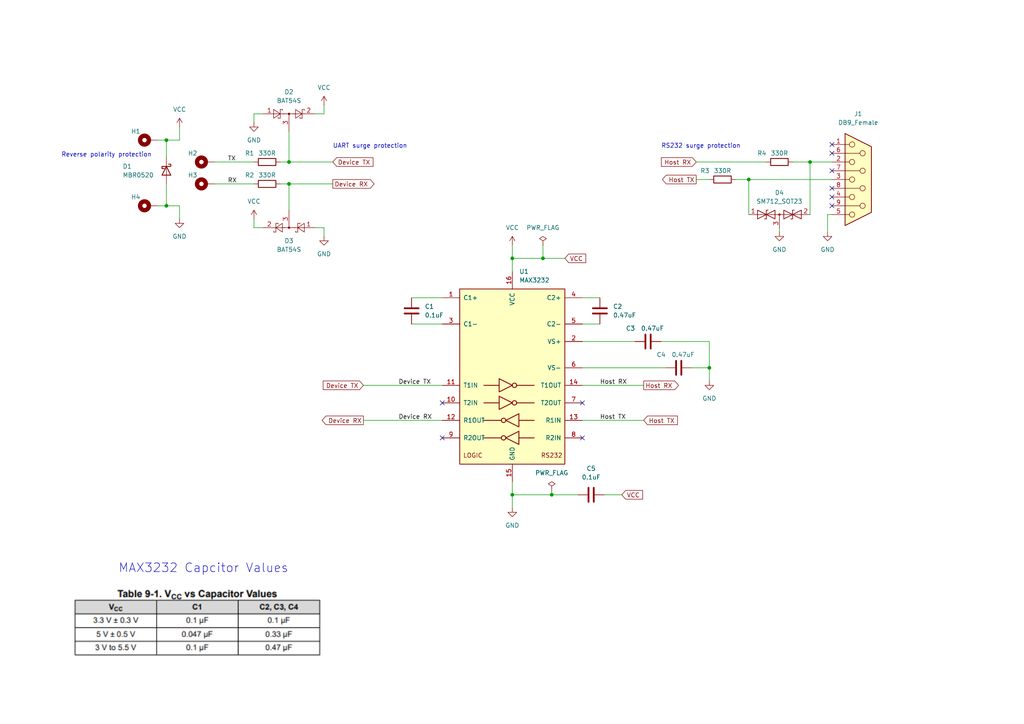
<source format=kicad_sch>
(kicad_sch (version 20211123) (generator eeschema)
  (paper "A4")
  (title_block (title "RS232-TTL Converter") (date "2025-06-18") (rev "R0.0") (company "MSC") (comment 1 "Designed by C.P"))
  (lib_symbols
    (symbol "Connector:DB9_Female" (pin_names (offset 1.016) hide)
      (property "Reference" "J" (at 0 13.97 0))
      (property "Value" "DB9_Female" (at 0 -14.605 0))
      (symbol "DB9_Female_0_1"
        (circle (center -1.778 -10.16) (radius 0.762))
        (circle (center -1.778 -5.08) (radius 0.762))
        (circle (center -1.778 0) (radius 0.762))
        (circle (center -1.778 5.08) (radius 0.762))
        (circle (center -1.778 10.16) (radius 0.762))
        (polyline (pts (xy -3.81 -10.16) (xy -2.54 -10.16)))
        (polyline (pts (xy -3.81 -7.62) (xy 0.508 -7.62)))
        (polyline (pts (xy -3.81 -5.08) (xy -2.54 -5.08)))
        (polyline (pts (xy -3.81 -2.54) (xy 0.508 -2.54)))
        (polyline (pts (xy -3.81 0) (xy -2.54 0)))
        (polyline (pts (xy -3.81 2.54) (xy 0.508 2.54)))
        (polyline (pts (xy -3.81 5.08) (xy -2.54 5.08)))
        (polyline (pts (xy -3.81 7.62) (xy 0.508 7.62)))
        (polyline (pts (xy -3.81 10.16) (xy -2.54 10.16)))
        (polyline (pts (xy -3.81 13.335) (xy -3.81 -13.335) (xy 3.81 -9.525) (xy 3.81 9.525) (xy -3.81 13.335)) (stroke (width 0.254)) (fill (type background)))
        (circle (center 1.27 -7.62) (radius 0.762))
        (circle (center 1.27 -2.54) (radius 0.762))
        (circle (center 1.27 2.54) (radius 0.762))
        (circle (center 1.27 7.62) (radius 0.762))
      )
      (symbol "DB9_Female_1_1"
        (pin passive line (at -7.62 10.16 0) (length 3.81) (name "1") (number "1"))
        (pin passive line (at -7.62 5.08 0) (length 3.81) (name "2") (number "2"))
        (pin passive line (at -7.62 0 0) (length 3.81) (name "3") (number "3"))
        (pin passive line (at -7.62 -5.08 0) (length 3.81) (name "4") (number "4"))
        (pin passive line (at -7.62 -10.16 0) (length 3.81) (name "5") (number "5"))
        (pin passive line (at -7.62 7.62 0) (length 3.81) (name "6") (number "6"))
        (pin passive line (at -7.62 2.54 0) (length 3.81) (name "7") (number "7"))
        (pin passive line (at -7.62 -2.54 0) (length 3.81) (name "8") (number "8"))
        (pin passive line (at -7.62 -7.62 0) (length 3.81) (name "9") (number "9"))
      )
    )
    (symbol "Device:C" (pin_numbers hide) (pin_names (offset 0.254))
      (property "Reference" "C" (at 0.635 2.54 0))
      (property "Value" "C" (at 0.635 -2.54 0))
      (symbol "C_0_1"
        (polyline (pts (xy -2.032 -0.762) (xy 2.032 -0.762)) (stroke (width 0.508)))
        (polyline (pts (xy -2.032 0.762) (xy 2.032 0.762)) (stroke (width 0.508)))
      )
      (symbol "C_1_1"
        (pin passive line (at 0 3.81 270) (length 2.794) (name "~") (number "1"))
        (pin passive line (at 0 -3.81 90) (length 2.794) (name "~") (number "2"))
      )
    )
    (symbol "Device:R" (pin_numbers hide) (pin_names (offset 0))
      (property "Reference" "R" (at 2.032 0 90))
      (property "Value" "R" (at 0 0 90))
      (symbol "R_0_1"
        (rectangle (start -1.016 -2.54) (end 1.016 2.54) (stroke (width 0.254)))
      )
      (symbol "R_1_1"
        (pin passive line (at 0 3.81 270) (length 1.27) (name "~") (number "1"))
        (pin passive line (at 0 -3.81 90) (length 1.27) (name "~") (number "2"))
      )
    )
    (symbol "Diode:BAT54S" (pin_names (offset 1.016))
      (property "Reference" "D" (at 0.635 -3.81 0))
      (property "Value" "BAT54S" (at -6.35 3.175 0))
      (symbol "BAT54S_0_1"
        (polyline (pts (xy -3.81 0) (xy -1.27 0)))
        (polyline (pts (xy -3.175 -1.27) (xy -3.175 -1.016)))
        (polyline (pts (xy -2.54 -1.27) (xy -3.175 -1.27)))
        (polyline (pts (xy -2.54 -1.27) (xy -2.54 1.27)))
        (polyline (pts (xy -2.54 1.27) (xy -1.905 1.27)))
        (polyline (pts (xy -1.905 0) (xy 1.905 0)))
        (polyline (pts (xy -1.905 1.27) (xy -1.905 1.016)))
        (polyline (pts (xy 1.27 0) (xy 3.81 0)))
        (polyline (pts (xy 3.175 -1.27) (xy 3.175 -1.016)))
        (polyline (pts (xy 3.81 -1.27) (xy 3.175 -1.27)))
        (polyline (pts (xy 3.81 -1.27) (xy 3.81 1.27)))
        (polyline (pts (xy 3.81 1.27) (xy 4.445 1.27)))
        (polyline (pts (xy 4.445 1.27) (xy 4.445 1.016)))
        (polyline (pts (xy -4.445 1.27) (xy -4.445 -1.27) (xy -2.54 0) (xy -4.445 1.27)))
        (polyline (pts (xy 1.905 1.27) (xy 1.905 -1.27) (xy 3.81 0) (xy 1.905 1.27)))
        (circle (center 0 0) (radius 0.254) (fill (type outline)))
      )
      (symbol "BAT54S_1_1"
        (pin passive line (at -7.62 0 0) (length 3.81) (name "~") (number "1"))
        (pin passive line (at 7.62 0 180) (length 3.81) (name "~") (number "2"))
        (pin passive line (at 0 -5.08 90) (length 5.08) (name "~") (number "3"))
      )
    )
    (symbol "Diode:MBR0520" (pin_numbers hide) (pin_names (offset 1.016) hide)
      (property "Reference" "D" (at 0 2.54 0))
      (property "Value" "MBR0520" (at 0 -2.54 0))
      (symbol "MBR0520_0_1"
        (polyline (pts (xy 1.27 0) (xy -1.27 0)))
        (polyline (pts (xy 1.27 1.27) (xy 1.27 -1.27) (xy -1.27 0) (xy 1.27 1.27)) (stroke (width 0.254)))
        (polyline (pts (xy -1.905 0.635) (xy -1.905 1.27) (xy -1.27 1.27) (xy -1.27 -1.27) (xy -0.635 -1.27) (xy -0.635 -0.635)) (stroke (width 0.254)))
      )
      (symbol "MBR0520_1_1"
        (pin passive line (at -3.81 0 0) (length 2.54) (name "K") (number "1"))
        (pin passive line (at 3.81 0 180) (length 2.54) (name "A") (number "2"))
      )
    )
    (symbol "Diode:SM712_SOT23" (pin_names (offset 1.016) hide)
      (property "Reference" "D" (at 0 4.445 0))
      (property "Value" "SM712_SOT23" (at 0 2.54 0))
      (symbol "SM712_SOT23_0_0"
        (polyline (pts (xy 0 -1.27) (xy 0 0)))
      )
      (symbol "SM712_SOT23_0_1"
        (polyline (pts (xy -6.35 0) (xy 6.35 0)))
        (polyline (pts (xy -3.302 1.27) (xy -3.81 1.27) (xy -3.81 -1.27) (xy -4.318 -1.27)) (stroke (width 0.2032)))
        (polyline (pts (xy 4.318 1.27) (xy 3.81 1.27) (xy 3.81 -1.27) (xy 3.302 -1.27)) (stroke (width 0.2032)))
        (polyline (pts (xy -6.35 -1.27) (xy -1.27 1.27) (xy -1.27 -1.27) (xy -6.35 1.27) (xy -6.35 -1.27)) (stroke (width 0.2032)))
        (polyline (pts (xy 1.27 -1.27) (xy 1.27 1.27) (xy 6.35 -1.27) (xy 6.35 1.27) (xy 1.27 -1.27)) (stroke (width 0.2032)))
        (circle (center 0 0) (radius 0.254) (fill (type outline)))
      )
      (symbol "SM712_SOT23_1_1"
        (pin passive line (at -8.89 0 0) (length 2.54) (name "A1") (number "1"))
        (pin passive line (at 8.89 0 180) (length 2.54) (name "A2") (number "2"))
        (pin input line (at 0 -3.81 90) (length 2.54) (name "common") (number "3"))
      )
    )
    (symbol "Interface_UART:MAX232" (pin_names (offset 1.016))
      (property "Reference" "U" (at -2.54 28.575 0))
      (property "Value" "MAX232" (at -2.54 26.67 0))
      (symbol "MAX232_0_0"
        (text "LOGIC" (at -11.43 -22.86 0) (effects (font (size 1.27 1.27))))
        (text "RS232" (at 11.43 -22.86 0) (effects (font (size 1.27 1.27))))
      )
      (symbol "MAX232_0_1"
        (rectangle (start -15.24 -25.4) (end 15.24 25.4) (stroke (width 0.254)) (fill (type background)))
        (circle (center -2.54 -17.78) (radius 0.635) (stroke (width 0.254)))
        (circle (center -2.54 -12.7) (radius 0.635) (stroke (width 0.254)))
        (polyline (pts (xy -3.81 -7.62) (xy -8.255 -7.62)) (stroke (width 0.254)))
        (polyline (pts (xy -3.81 -2.54) (xy -8.255 -2.54)) (stroke (width 0.254)))
        (polyline (pts (xy -3.175 -17.78) (xy -8.255 -17.78)) (stroke (width 0.254)))
        (polyline (pts (xy -3.175 -12.7) (xy -8.255 -12.7)) (stroke (width 0.254)))
        (polyline (pts (xy 1.27 -7.62) (xy 6.35 -7.62)) (stroke (width 0.254)))
        (polyline (pts (xy 1.27 -2.54) (xy 6.35 -2.54)) (stroke (width 0.254)))
        (polyline (pts (xy 1.905 -17.78) (xy 6.35 -17.78)) (stroke (width 0.254)))
        (polyline (pts (xy 1.905 -12.7) (xy 6.35 -12.7)) (stroke (width 0.254)))
        (polyline (pts (xy -3.81 -5.715) (xy -3.81 -9.525) (xy 0 -7.62) (xy -3.81 -5.715)) (stroke (width 0.254)))
        (polyline (pts (xy -3.81 -0.635) (xy -3.81 -4.445) (xy 0 -2.54) (xy -3.81 -0.635)) (stroke (width 0.254)))
        (polyline (pts (xy 1.905 -15.875) (xy 1.905 -19.685) (xy -1.905 -17.78) (xy 1.905 -15.875)) (stroke (width 0.254)))
        (polyline (pts (xy 1.905 -10.795) (xy 1.905 -14.605) (xy -1.905 -12.7) (xy 1.905 -10.795)) (stroke (width 0.254)))
        (circle (center 0.635 -7.62) (radius 0.635) (stroke (width 0.254)))
        (circle (center 0.635 -2.54) (radius 0.635) (stroke (width 0.254)))
      )
      (symbol "MAX232_1_1"
        (pin passive line (at -20.32 22.86 0) (length 5.08) (name "C1+") (number "1"))
        (pin input line (at -20.32 -7.62 0) (length 5.08) (name "T2IN") (number "10"))
        (pin input line (at -20.32 -2.54 0) (length 5.08) (name "T1IN") (number "11"))
        (pin output line (at -20.32 -12.7 0) (length 5.08) (name "R1OUT") (number "12"))
        (pin input line (at 20.32 -12.7 180) (length 5.08) (name "R1IN") (number "13"))
        (pin output line (at 20.32 -2.54 180) (length 5.08) (name "T1OUT") (number "14"))
        (pin power_in line (at 0 -30.48 90) (length 5.08) (name "GND") (number "15"))
        (pin power_in line (at 0 30.48 270) (length 5.08) (name "VCC") (number "16"))
        (pin power_out line (at 20.32 10.16 180) (length 5.08) (name "VS+") (number "2"))
        (pin passive line (at -20.32 15.24 0) (length 5.08) (name "C1-") (number "3"))
        (pin passive line (at 20.32 22.86 180) (length 5.08) (name "C2+") (number "4"))
        (pin passive line (at 20.32 15.24 180) (length 5.08) (name "C2-") (number "5"))
        (pin power_out line (at 20.32 2.54 180) (length 5.08) (name "VS-") (number "6"))
        (pin output line (at 20.32 -7.62 180) (length 5.08) (name "T2OUT") (number "7"))
        (pin input line (at 20.32 -17.78 180) (length 5.08) (name "R2IN") (number "8"))
        (pin output line (at -20.32 -17.78 0) (length 5.08) (name "R2OUT") (number "9"))
      )
    )
    (symbol "Mechanical:MountingHole_Pad" (pin_numbers hide) (pin_names (offset 1.016) hide)
      (property "Reference" "H" (at 0 6.35 0))
      (property "Value" "MountingHole_Pad" (at 0 4.445 0))
      (symbol "MountingHole_Pad_0_1"
        (circle (center 0 1.27) (radius 1.27) (stroke (width 1.27)))
      )
      (symbol "MountingHole_Pad_1_1"
        (pin input line (at 0 -2.54 90) (length 2.54) (name "1") (number "1"))
      )
    )
    (symbol "power:GND" (power) (pin_names (offset 0))
      (property "Value" "GND" (at 0 -3.81 0))
      (symbol "GND_0_1"
        (polyline (pts (xy 0 0) (xy 0 -1.27) (xy 1.27 -1.27) (xy 0 -2.54) (xy -1.27 -1.27) (xy 0 -1.27)))
      )
      (symbol "GND_1_1"
        (pin power_in line (at 0 0 270) (length 0) hide (name "GND") (number "1"))
      )
    )
    (symbol "power:PWR_FLAG" (power) (pin_numbers hide) (pin_names (offset 0) hide)
      (property "Value" "PWR_FLAG" (at 0 3.81 0))
      (symbol "PWR_FLAG_0_0"
        (pin power_out line (at 0 0 90) (length 0) (name "pwr") (number "1"))
      )
      (symbol "PWR_FLAG_0_1"
        (polyline (pts (xy 0 0) (xy 0 1.27) (xy -1.016 1.905) (xy 0 2.54) (xy 1.016 1.905) (xy 0 1.27)))
      )
    )
    (symbol "power:VCC" (power) (pin_names (offset 0))
      (property "Value" "VCC" (at 0 3.81 0))
      (symbol "VCC_0_1"
        (polyline (pts (xy -0.762 1.27) (xy 0 2.54)))
        (polyline (pts (xy 0 0) (xy 0 2.54)))
        (polyline (pts (xy 0 2.54) (xy 0.762 1.27)))
      )
      (symbol "VCC_1_1"
        (pin power_in line (at 0 0 90) (length 0) hide (name "VCC") (number "1"))
      )
    )
  )
  (junction (at 234.95 46.99))
  (junction (at 160.02 143.51))
  (junction (at 205.74 106.68))
  (junction (at 48.26 59.69))
  (junction (at 83.82 46.99))
  (junction (at 148.59 143.51))
  (junction (at 48.26 40.64))
  (junction (at 217.17 52.07))
  (junction (at 83.82 53.34))
  (junction (at 157.48 74.93))
  (junction (at 148.59 74.93))
  (no_connect (at 241.3 57.15))
  (no_connect (at 241.3 49.53))
  (no_connect (at 241.3 44.45))
  (no_connect (at 241.3 41.91))
  (no_connect (at 241.3 59.69))
  (no_connect (at 241.3 54.61))
  (no_connect (at 168.91 116.84))
  (no_connect (at 168.91 127))
  (no_connect (at 128.27 116.84))
  (no_connect (at 128.27 127))
  (wire (pts (xy 160.02 142.24) (xy 160.02 143.51)))
  (wire (pts (xy 234.95 46.99) (xy 229.87 46.99)))
  (wire (pts (xy 168.91 111.76) (xy 186.69 111.76)))
  (wire (pts (xy 148.59 143.51) (xy 148.59 147.32)))
  (wire (pts (xy 81.28 46.99) (xy 83.82 46.99)))
  (wire (pts (xy 105.41 111.76) (xy 128.27 111.76)))
  (wire (pts (xy 168.91 93.98) (xy 173.99 93.98)))
  (wire (pts (xy 148.59 71.12) (xy 148.59 74.93)))
  (wire (pts (xy 157.48 74.93) (xy 163.83 74.93)))
  (wire (pts (xy 148.59 74.93) (xy 148.59 78.74)))
  (wire (pts (xy 148.59 139.7) (xy 148.59 143.51)))
  (wire (pts (xy 205.74 106.68) (xy 205.74 110.49)))
  (wire (pts (xy 48.26 59.69) (xy 52.07 59.69)))
  (wire (pts (xy 200.66 106.68) (xy 205.74 106.68)))
  (wire (pts (xy 234.95 46.99) (xy 234.95 62.23)))
  (wire (pts (xy 52.07 59.69) (xy 52.07 63.5)))
  (wire (pts (xy 48.26 53.34) (xy 48.26 59.69)))
  (wire (pts (xy 73.66 66.04) (xy 76.2 66.04)))
  (wire (pts (xy 93.98 66.04) (xy 93.98 68.58)))
  (wire (pts (xy 45.72 59.69) (xy 48.26 59.69)))
  (wire (pts (xy 93.98 33.02) (xy 91.44 33.02)))
  (wire (pts (xy 175.26 143.51) (xy 180.34 143.51)))
  (wire (pts (xy 119.38 86.36) (xy 128.27 86.36)))
  (wire (pts (xy 48.26 40.64) (xy 52.07 40.64)))
  (wire (pts (xy 83.82 53.34) (xy 96.52 53.34)))
  (wire (pts (xy 222.25 46.99) (xy 201.93 46.99)))
  (wire (pts (xy 52.07 40.64) (xy 52.07 36.83)))
  (wire (pts (xy 81.28 53.34) (xy 83.82 53.34)))
  (wire (pts (xy 148.59 74.93) (xy 157.48 74.93)))
  (wire (pts (xy 241.3 62.23) (xy 240.03 62.23)))
  (wire (pts (xy 119.38 93.98) (xy 128.27 93.98)))
  (wire (pts (xy 217.17 52.07) (xy 213.36 52.07)))
  (wire (pts (xy 168.91 86.36) (xy 173.99 86.36)))
  (wire (pts (xy 83.82 53.34) (xy 83.82 60.96)))
  (wire (pts (xy 76.2 33.02) (xy 73.66 33.02)))
  (wire (pts (xy 191.77 99.06) (xy 205.74 99.06)))
  (wire (pts (xy 241.3 52.07) (xy 217.17 52.07)))
  (wire (pts (xy 62.23 53.34) (xy 73.66 53.34)))
  (wire (pts (xy 105.41 121.92) (xy 128.27 121.92)))
  (wire (pts (xy 83.82 38.1) (xy 83.82 46.99)))
  (wire (pts (xy 83.82 46.99) (xy 96.52 46.99)))
  (wire (pts (xy 62.23 46.99) (xy 73.66 46.99)))
  (wire (pts (xy 226.06 66.04) (xy 226.06 67.31)))
  (wire (pts (xy 217.17 52.07) (xy 217.17 62.23)))
  (wire (pts (xy 93.98 30.48) (xy 93.98 33.02)))
  (wire (pts (xy 168.91 121.92) (xy 186.69 121.92)))
  (wire (pts (xy 148.59 143.51) (xy 160.02 143.51)))
  (wire (pts (xy 157.48 71.12) (xy 157.48 74.93)))
  (wire (pts (xy 205.74 52.07) (xy 201.93 52.07)))
  (wire (pts (xy 205.74 99.06) (xy 205.74 106.68)))
  (wire (pts (xy 168.91 99.06) (xy 184.15 99.06)))
  (wire (pts (xy 73.66 33.02) (xy 73.66 35.56)))
  (wire (pts (xy 240.03 62.23) (xy 240.03 67.31)))
  (wire (pts (xy 91.44 66.04) (xy 93.98 66.04)))
  (wire (pts (xy 241.3 46.99) (xy 234.95 46.99)))
  (wire (pts (xy 168.91 106.68) (xy 193.04 106.68)))
  (wire (pts (xy 73.66 63.5) (xy 73.66 66.04)))
  (wire (pts (xy 160.02 143.51) (xy 167.64 143.51)))
  (wire (pts (xy 45.72 40.64) (xy 48.26 40.64)))
  (wire (pts (xy 48.26 40.64) (xy 48.26 45.72)))
  (image (at 57.15 180.34) (scale 2.521))
  (text "RS232 surge protection" (at 191.77 43.18 0) (effects (font (size 1.27 1.27)) (justify left bottom)))
  (text "Reverse polarity protection" (at 17.78 45.72 0) (effects (font (size 1.27 1.27)) (justify left bottom)))
  (text "UART surge protection" (at 96.52 43.18 0) (effects (font (size 1.27 1.27)) (justify left bottom)))
  (text "MAX3232 Capcitor Values" (at 34.29 166.37 0) (effects (font (size 2.54 2.54)) (justify left bottom)))
  (label "TX" (at 66.04 46.99 0))
  (label "Host TX" (at 173.99 121.92 0))
  (label "Host RX" (at 173.99 111.76 0))
  (label "Device TX" (at 115.57 111.76 0))
  (label "Device RX" (at 115.57 121.92 0))
  (label "RX" (at 66.04 53.34 0))
  (global_label "Host RX" (shape output) (at 186.69 111.76 0) (property "Intersheet References" "${INTERSHEET_REFS}" (effects hide)))
  (global_label "VCC" (shape input) (at 180.34 143.51 0) (property "Intersheet References" "${INTERSHEET_REFS}" (effects hide)))
  (global_label "Device TX" (shape input) (at 96.52 46.99 0) (property "Intersheet References" "${INTERSHEET_REFS}" (effects hide)))
  (global_label "Host RX" (shape input) (at 201.93 46.99 180) (property "Intersheet References" "${INTERSHEET_REFS}" (effects hide)))
  (global_label "Device TX" (shape input) (at 105.41 111.76 180) (property "Intersheet References" "${INTERSHEET_REFS}" (effects hide)))
  (global_label "VCC" (shape input) (at 163.83 74.93 0) (property "Intersheet References" "${INTERSHEET_REFS}" (effects hide)))
  (global_label "Device RX" (shape output) (at 105.41 121.92 180) (property "Intersheet References" "${INTERSHEET_REFS}" (effects hide)))
  (global_label "Host TX" (shape input) (at 186.69 121.92 0) (property "Intersheet References" "${INTERSHEET_REFS}" (effects hide)))
  (global_label "Device RX" (shape output) (at 96.52 53.34 0) (property "Intersheet References" "${INTERSHEET_REFS}" (effects hide)))
  (global_label "Host TX" (shape output) (at 201.93 52.07 180) (property "Intersheet References" "${INTERSHEET_REFS}" (effects hide)))
  (symbol (lib_id "power:VCC") (at 93.98 30.48 0) (unit 1)
    (property "Reference" "#PWR05" (effects hide))
    (property "Value" "VCC" (at 93.98 25.4 0))
  )
  (symbol (lib_id "power:GND") (at 52.07 63.5 0) (unit 1)
    (property "Reference" "#PWR02" (effects hide))
    (property "Value" "GND" (at 52.07 68.58 0))
  )
  (symbol (lib_id "Diode:BAT54S") (at 83.82 33.02 0) (unit 1)
    (property "Reference" "D2" (at 83.82 26.67 0))
    (property "Value" "BAT54S" (at 83.82 29.21 0))
    (property "Footprint" "Package_TO_SOT_SMD:SOT-23" (effects hide))
    (property "Datasheet" "https://www.diodes.com/assets/Datasheets/ds11005.pdf" (effects hide))
  )
  (symbol (lib_id "power:VCC") (at 73.66 63.5 0) (unit 1)
    (property "Reference" "#PWR04" (effects hide))
    (property "Value" "VCC" (at 73.66 58.42 0))
  )
  (symbol (lib_id "power:GND") (at 148.59 147.32 0) (unit 1)
    (property "Reference" "#PWR08" (effects hide))
    (property "Value" "GND" (at 148.59 152.4 0))
  )
  (symbol (lib_id "power:GND") (at 240.03 67.31 0) (mirror y) (unit 1)
    (property "Reference" "#PWR011" (effects hide))
    (property "Value" "GND" (at 240.03 72.39 0))
  )
  (symbol (lib_id "Device:C") (at 196.85 106.68 90) (unit 1)
    (property "Reference" "C4" (at 191.77 102.87 90))
    (property "Value" "0.47uF" (at 198.12 102.87 90))
    (property "Footprint" "Capacitor_SMD:C_0603_1608Metric" (effects hide))
  )
  (symbol (lib_id "Device:C") (at 119.38 90.17 0) (unit 1)
    (property "Reference" "C1" (at 123.19 88.8999 0) (effects (justify left)))
    (property "Value" "0.1uF" (at 123.19 91.4399 0) (effects (justify left)))
    (property "Footprint" "Capacitor_SMD:C_0603_1608Metric" (effects hide))
  )
  (symbol (lib_id "power:GND") (at 73.66 35.56 0) (unit 1)
    (property "Reference" "#PWR03" (effects hide))
    (property "Value" "GND" (at 73.66 40.64 0))
  )
  (symbol (lib_id "Device:R") (at 226.06 46.99 90) (unit 1)
    (property "Reference" "R4" (at 220.98 44.45 90))
    (property "Value" "330R" (at 226.06 44.45 90))
    (property "Footprint" "Resistor_SMD:R_0603_1608Metric" (effects hide))
  )
  (symbol (lib_id "power:VCC") (at 52.07 36.83 0) (unit 1)
    (property "Reference" "#PWR01" (effects hide))
    (property "Value" "VCC" (at 52.07 31.75 0))
  )
  (symbol (lib_id "Device:R") (at 77.47 46.99 90) (unit 1)
    (property "Reference" "R1" (at 72.39 44.45 90))
    (property "Value" "330R" (at 77.47 44.45 90))
    (property "Footprint" "Resistor_SMD:R_0603_1608Metric" (effects hide))
  )
  (symbol (lib_id "Interface_UART:MAX232") (at 148.59 109.22 0) (unit 1)
    (property "Reference" "U1" (at 150.6094 78.74 0) (effects (justify left)))
    (property "Value" "MAX3232" (at 150.6094 81.28 0) (effects (justify left)))
    (property "Footprint" "Package_SO:TSSOP-16_4.4x5mm_P0.65mm" (effects hide))
    (property "Datasheet" "http://www.ti.com/lit/ds/symlink/max232.pdf" (effects hide))
  )
  (symbol (lib_id "Diode:SM712_SOT23") (at 226.06 62.23 0) (unit 1)
    (property "Reference" "D4" (at 226.06 55.88 0))
    (property "Value" "SM712_SOT23" (at 226.06 58.42 0))
    (property "Footprint" "Package_TO_SOT_SMD:SOT-23" (effects hide))
    (property "Datasheet" "https://www.littelfuse.com/~/media/electronics/datasheets/tvs_diode_arrays/littelfuse_tvs_diode_array_sm712_datasheet.pdf.pdf" (effects hide))
  )
  (symbol (lib_id "Diode:BAT54S") (at 83.82 66.04 180) (unit 1)
    (property "Reference" "D3" (at 83.82 69.85 0))
    (property "Value" "BAT54S" (at 83.82 72.39 0))
    (property "Footprint" "Package_TO_SOT_SMD:SOT-23" (effects hide))
    (property "Datasheet" "https://www.diodes.com/assets/Datasheets/ds11005.pdf" (effects hide))
  )
  (symbol (lib_id "Mechanical:MountingHole_Pad") (at 43.18 40.64 90) (unit 1) (in_bom no)
    (property "Reference" "H1" (at 39.37 38.1 90))
    (property "Value" "MountingHole_Pad" (effects hide))
    (property "Footprint" "Through_Hole_Pads:Through_Hole_Pad_1.5mm" (effects hide))
  )
  (symbol (lib_id "Diode:MBR0520") (at 48.26 49.53 270) (unit 1)
    (property "Reference" "D1" (at 35.56 48.26 90) (effects (justify left)))
    (property "Value" "MBR0520" (at 35.56 50.8 90) (effects (justify left)))
    (property "Footprint" "Diode_SMD:D_SOD-123" (effects hide))
    (property "Datasheet" "http://www.mccsemi.com/up_pdf/MBR0520~MBR0580(SOD123).pdf" (effects hide))
  )
  (symbol (lib_id "Device:C") (at 187.96 99.06 90) (unit 1)
    (property "Reference" "C3" (at 182.88 95.25 90))
    (property "Value" "0.47uF" (at 189.23 95.25 90))
    (property "Footprint" "Capacitor_SMD:C_0603_1608Metric" (effects hide))
  )
  (symbol (lib_id "Device:C") (at 171.45 143.51 90) (unit 1)
    (property "Reference" "C5" (at 171.45 135.89 90))
    (property "Value" "0.1uF" (at 171.45 138.43 90))
    (property "Footprint" "Capacitor_SMD:C_0603_1608Metric" (effects hide))
  )
  (symbol (lib_id "power:GND") (at 93.98 68.58 0) (unit 1)
    (property "Reference" "#PWR06" (effects hide))
    (property "Value" "GND" (at 93.98 73.66 0))
  )
  (symbol (lib_id "power:GND") (at 205.74 110.49 0) (unit 1)
    (property "Reference" "#PWR09" (effects hide))
    (property "Value" "GND" (at 205.74 115.57 0))
  )
  (symbol (lib_id "Device:R") (at 209.55 52.07 90) (unit 1)
    (property "Reference" "R3" (at 204.47 49.53 90))
    (property "Value" "330R" (at 209.55 49.53 90))
    (property "Footprint" "Resistor_SMD:R_0603_1608Metric" (effects hide))
  )
  (symbol (lib_id "power:GND") (at 226.06 67.31 0) (mirror y) (unit 1)
    (property "Reference" "#PWR010" (effects hide))
    (property "Value" "GND" (at 226.06 72.39 0))
  )
  (symbol (lib_id "Mechanical:MountingHole_Pad") (at 59.69 46.99 90) (unit 1) (in_bom no)
    (property "Reference" "H2" (at 55.88 44.45 90))
    (property "Value" "MountingHole_Pad" (effects hide))
    (property "Footprint" "Through_Hole_Pads:Through_Hole_Pad_1.5mm" (effects hide))
  )
  (symbol (lib_id "Device:C") (at 173.99 90.17 0) (unit 1)
    (property "Reference" "C2" (at 177.8 88.8999 0) (effects (justify left)))
    (property "Value" "0.47uF" (at 177.8 91.4399 0) (effects (justify left)))
    (property "Footprint" "Capacitor_SMD:C_0603_1608Metric" (effects hide))
  )
  (symbol (lib_id "Mechanical:MountingHole_Pad") (at 43.18 59.69 90) (unit 1) (in_bom no)
    (property "Reference" "H4" (at 39.37 57.15 90))
    (property "Value" "MountingHole_Pad" (effects hide))
    (property "Footprint" "Through_Hole_Pads:Through_Hole_Pad_1.5mm" (effects hide))
  )
  (symbol (lib_id "power:VCC") (at 148.59 71.12 0) (unit 1)
    (property "Reference" "#PWR07" (effects hide))
    (property "Value" "VCC" (at 148.59 66.04 0))
  )
  (symbol (lib_id "Mechanical:MountingHole_Pad") (at 59.69 53.34 90) (unit 1) (in_bom no)
    (property "Reference" "H3" (at 55.88 50.8 90))
    (property "Value" "MountingHole_Pad" (effects hide))
    (property "Footprint" "Through_Hole_Pads:Through_Hole_Pad_1.5mm" (effects hide))
  )
  (symbol (lib_id "Connector:DB9_Female") (at 248.92 52.07 0) (unit 1)
    (property "Reference" "J1" (at 248.92 33.02 0))
    (property "Value" "DB9_Female" (at 248.92 35.56 0))
    (property "Footprint" "Connector_Dsub:DSUB-9_Female_EdgeMount_P2.77mm" (effects hide))
    (property "Datasheet" " ~" (effects hide))
  )
  (symbol (lib_id "Device:R") (at 77.47 53.34 90) (unit 1)
    (property "Reference" "R2" (at 72.39 50.8 90))
    (property "Value" "330R" (at 77.47 50.8 90))
    (property "Footprint" "Resistor_SMD:R_0603_1608Metric" (effects hide))
  )
  (symbol (lib_id "power:PWR_FLAG") (at 157.48 71.12 0) (unit 1)
    (property "Reference" "#FLG01" (effects hide))
    (property "Value" "PWR_FLAG" (at 157.48 66.04 0))
  )
  (symbol (lib_id "power:PWR_FLAG") (at 160.02 142.24 0) (unit 1)
    (property "Reference" "#FLG02" (effects hide))
    (property "Value" "PWR_FLAG" (at 160.02 137.16 0))
  )
)
</source>
